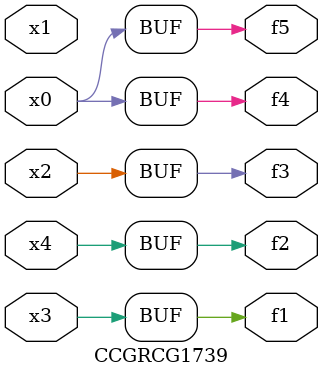
<source format=v>
module CCGRCG1739(
	input x0, x1, x2, x3, x4,
	output f1, f2, f3, f4, f5
);
	assign f1 = x3;
	assign f2 = x4;
	assign f3 = x2;
	assign f4 = x0;
	assign f5 = x0;
endmodule

</source>
